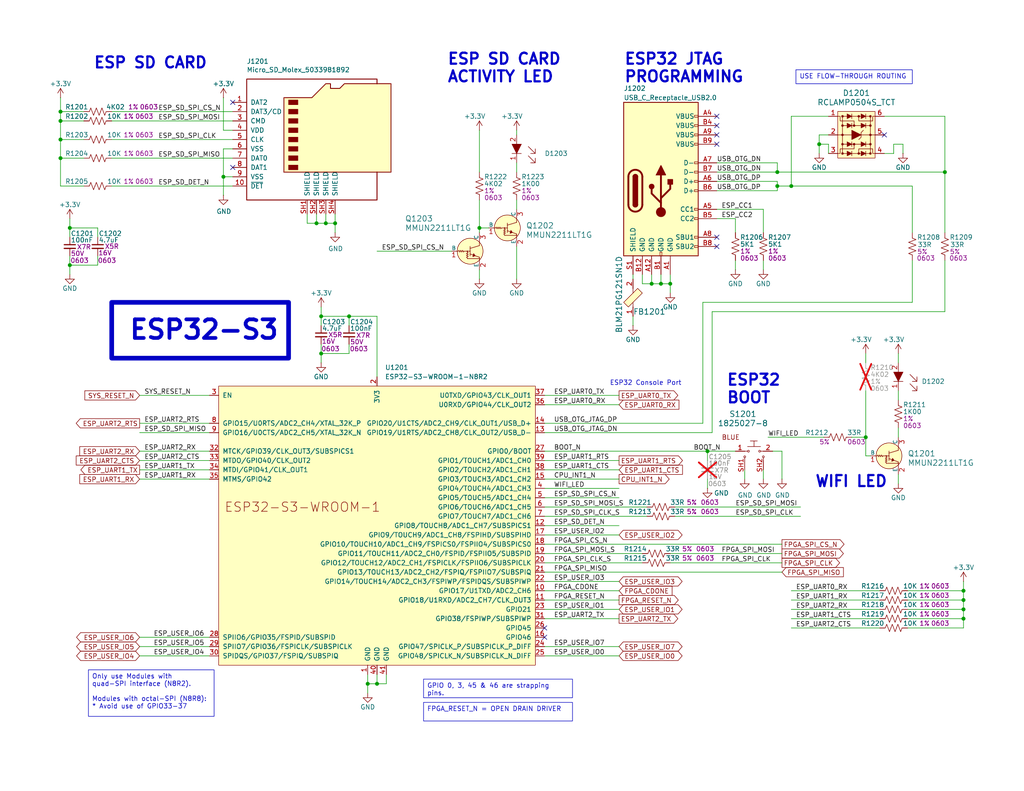
<source format=kicad_sch>
(kicad_sch (version 20231120) (generator "eeschema") (generator_version "8.0")
  (paper "A")
  (title_block (title "PETER") (date "2024-07-29") (rev "0.0") (company "Denno Wiggle") (comment 1 "ESP32-S3-WROOM-1 Interface.") (comment 2 "SPI FLASH Programmer, UART, WIFI, USER I/O."))
  (lib_symbols
    (symbol "WTM:C_100nF_X7R_16V_0805H" (pin_numbers hide) (pin_names (offset 0) hide)
      (property "Reference" "C" (at 0.254 3.556 0))
      (property "Value" "100nF" (at 0.254 1.778 0))
      (property "Dielectric" "X7R" (at 1.905 -0.127 0))
      (property "Voltage" "16V" (at 0.254 -1.905 0))
      (property "Footprint2" "0805H" (at 0.127 -3.81 0))
      (symbol "C_100nF_X7R_16V_0805H_1_1"
        (pin passive line (at 0 2.54 270) (length 2.032) (name "~") (number "1"))
        (pin passive line (at 0 -2.54 90) (length 2.032) (name "~") (number "2"))
      )
    )
    (symbol "WTM:C_10uF_X5R_16V_0805H" (pin_numbers hide) (pin_names (offset 0.254) hide)
      (property "Reference" "C206" (at 0.254 3.556 0))
      (property "Value" "10uF" (at 0.254 1.778 0))
      (property "Dielectric" "X5R" (at 1.905 0.762 0))
      (property "Voltage" "16V" (at 0.127 -1.016 0))
      (property "Footprint2" "0805H" (at 3.302 -3.81 0))
      (symbol "C_10uF_X5R_16V_0805H_1_1"
        (pin passive line (at 0 2.54 270) (length 2.032) (name "~") (number "1"))
        (pin passive line (at 0 -2.54 90) (length 2.032) (name "~") (number "2"))
      )
    )
    (symbol "WTM:ESP32-S3-WROOM-1" (pin_names (offset 1.016))
      (property "Reference" "U1001" (at 2.1941 43.18 0))
      (property "Value" "ESP32-S3-WROOM-1-N8R2" (at 2.1941 40.64 0))
      (symbol "ESP32-S3-WROOM-1_0_0"
        (text "ESP32-S3-WROOM-1" (at -20.32 5.08 0) (effects (font (size 2.54 2.54))))
        (pin power_in line (at -2.54 -40.64 90) (length 2.54) (name "GND") (number "1"))
        (pin bidirectional line (at 45.72 -17.78 180) (length 2.54) (name "GPIO17/U1TXD/ADC2_CH6") (number "10"))
        (pin bidirectional line (at 45.72 -20.32 180) (length 2.54) (name "GPIO18/U1RXD/ADC2_CH7/CLK_OUT3") (number "11"))
        (pin bidirectional line (at 45.72 0 180) (length 2.54) (name "GPIO8/TOUCH8/ADC1_CH7/SUBSPICS1") (number "12"))
        (pin bidirectional line (at 45.72 25.4 180) (length 2.54) (name "GPIO19/U1RTS/ADC2_CH8/CLK_OUT2/USB_D-") (number "13"))
        (pin bidirectional line (at 45.72 27.94 180) (length 2.54) (name "GPIO20/U1CTS/ADC2_CH9/CLK_OUT1/USB_D+") (number "14"))
        (pin bidirectional line (at 45.72 12.7 180) (length 2.54) (name "GPIO3/TOUCH3/ADC1_CH2") (number "15"))
        (pin bidirectional line (at 45.72 -30.48 180) (length 2.54) (name "GPIO46") (number "16"))
        (pin bidirectional line (at 45.72 -2.54 180) (length 2.54) (name "GPIO9/TOUCH9/ADC1_CH8/FSPIHD/SUBSPIHD") (number "17"))
        (pin bidirectional line (at 45.72 -5.08 180) (length 2.54) (name "GPIO10/TOUCH10/ADC1_CH9/FSPICS0/FSPIIO4/SUBSPICS0") (number "18"))
        (pin bidirectional line (at 45.72 -7.62 180) (length 2.54) (name "GPIO11/TOUCH11/ADC2_CH0/FSPID/FSPIIO5/SUBSPID") (number "19"))
        (pin power_in line (at 0 40.64 270) (length 2.54) (name "3V3") (number "2"))
        (pin bidirectional line (at 45.72 -10.16 180) (length 2.54) (name "GPIO12/TOUCH12/ADC2_CH1/FSPICLK/FSPIIO6/SUBSPICLK") (number "20"))
        (pin bidirectional line (at 45.72 -12.7 180) (length 2.54) (name "GPIO13/TOUCH13/ADC2_CH2/FSPIQ/FSPIIO7/SUBSPIQ") (number "21"))
        (pin bidirectional line (at 45.72 -15.24 180) (length 2.54) (name "GPIO14/TOUCH14/ADC2_CH3/FSPIWP/FSPIDQS/SUBSPIWP") (number "22"))
        (pin bidirectional line (at 45.72 -22.86 180) (length 2.54) (name "GPIO21") (number "23"))
        (pin bidirectional line (at 45.72 -33.02 180) (length 2.54) (name "GPIO47/SPICLK_P/SUBSPICLK_P_DIFF") (number "24"))
        (pin bidirectional line (at 45.72 -35.56 180) (length 2.54) (name "GPIO48/SPICLK_N/SUBSPICLK_N_DIFF") (number "25"))
        (pin bidirectional line (at 45.72 -27.94 180) (length 2.54) (name "GPIO45") (number "26"))
        (pin bidirectional line (at 45.72 20.32 180) (length 2.54) (name "GPIO0/BOOT") (number "27"))
        (pin bidirectional line (at -45.72 -30.48 0) (length 2.54) (name "SPIIO6/GPIO35/FSPID/SUBSPID") (number "28"))
        (pin bidirectional line (at -45.72 -33.02 0) (length 2.54) (name "SPIIO7/GPIO36/FSPICLK/SUBSPICLK") (number "29"))
        (pin input line (at -45.72 35.56 0) (length 2.54) (name "EN") (number "3"))
        (pin bidirectional line (at -45.72 -35.56 0) (length 2.54) (name "SPIDQS/GPIO37/FSPIQ/SUBSPIQ") (number "30"))
        (pin bidirectional line (at 45.72 -25.4 180) (length 2.54) (name "GPIO38/FSPIWP/SUBSPIWP") (number "31"))
        (pin bidirectional line (at -45.72 20.32 0) (length 2.54) (name "MTCK/GPIO39/CLK_OUT3/SUBSPICS1") (number "32"))
        (pin bidirectional line (at -45.72 17.78 0) (length 2.54) (name "MTDO/GPIO40/CLK_OUT2") (number "33"))
        (pin bidirectional line (at -45.72 15.24 0) (length 2.54) (name "MTDI/GPIO41/CLK_OUT1") (number "34"))
        (pin bidirectional line (at -45.72 12.7 0) (length 2.54) (name "MTMS/GPIO42") (number "35"))
        (pin bidirectional line (at 45.72 33.02 180) (length 2.54) (name "U0RXD/GPIO44/CLK_OUT2") (number "36"))
        (pin bidirectional line (at 45.72 35.56 180) (length 2.54) (name "U0TXD/GPIO43/CLK_OUT1") (number "37"))
        (pin bidirectional line (at 45.72 15.24 180) (length 2.54) (name "GPIO2/TOUCH2/ADC1_CH1") (number "38"))
        (pin bidirectional line (at 45.72 17.78 180) (length 2.54) (name "GPIO1/TOUCH1/ADC1_CH0") (number "39"))
        (pin bidirectional line (at 45.72 10.16 180) (length 2.54) (name "GPIO4/TOUCH4/ADC1_CH3") (number "4"))
        (pin bidirectional line (at 45.72 7.62 180) (length 2.54) (name "GPIO5/TOUCH5/ADC1_CH4") (number "5"))
        (pin bidirectional line (at 45.72 5.08 180) (length 2.54) (name "GPIO6/TOUCH6/ADC1_CH5") (number "6"))
        (pin bidirectional line (at 45.72 2.54 180) (length 2.54) (name "GPIO7/TOUCH7/ADC1_CH6") (number "7"))
        (pin bidirectional line (at -45.72 27.94 0) (length 2.54) (name "GPIO15/U0RTS/ADC2_CH4/XTAL_32K_P") (number "8"))
        (pin bidirectional line (at -45.72 25.4 0) (length 2.54) (name "GPIO16/U0CTS/ADC2_CH5/XTAL_32K_N") (number "9"))
      )
      (symbol "ESP32-S3-WROOM-1_1_0"
        (pin power_in line (at 0 -40.64 90) (length 2.54) (name "GND") (number "40"))
        (pin power_in line (at 2.54 -40.64 90) (length 2.54) (name "GND") (number "41"))
      )
    )
    (symbol "WTM:LED_LTST-S270KGKT" (pin_names (offset 0))
      (property "Reference" "D" (at -6.35 3.81 0))
      (symbol "LED_LTST-S270KGKT_1_1"
        (pin passive line (at 2.54 0 180) (length 2.54) (name "~") (number "1"))
        (pin input line (at -5.08 0 0) (length 2.54) (name "~") (number "2"))
      )
    )
    (symbol "WTM:MMUN2211LT1G" (pin_names (offset 0))
      (property "Reference" "Q2" (at -5.08 7.62 0))
      (property "Value" "MMUN2211LT1G" (at -20.32 5.08 0))
      (symbol "MMUN2211LT1G_1_1"
        (pin input line (at -7.62 0 0) (length 1.27) (name "B") (number "1"))
        (pin passive line (at 0 -5.08 90) (length 2.54) (name "E") (number "2"))
        (pin passive line (at 0 5.08 270) (length 2.54) (name "C") (number "3"))
      )
    )
    (symbol "WTM:Micro_SD_Molex_5033981892" (pin_names (offset 1.016))
      (property "Reference" "J?" (at -19.05 21.3614 0))
      (property "Value" "Micro_SD_Molex_5033981892" (at -19.05 19.05 0))
      (symbol "Micro_SD_Molex_5033981892_1_1"
        (pin bidirectional line (at -22.86 10.16 0) (length 3.81) (name "DAT2") (number "1"))
        (pin passive line (at -22.86 -12.7 0) (length 3.81) (name "~{DET}") (number "10"))
        (pin bidirectional line (at -22.86 7.62 0) (length 3.81) (name "DAT3/CD") (number "2"))
        (pin input line (at -22.86 5.08 0) (length 3.81) (name "CMD") (number "3"))
        (pin power_in line (at -22.86 2.54 0) (length 3.81) (name "VDD") (number "4"))
        (pin input line (at -22.86 0 0) (length 3.81) (name "CLK") (number "5"))
        (pin power_in line (at -22.86 -2.54 0) (length 3.81) (name "VSS") (number "6"))
        (pin bidirectional line (at -22.86 -5.08 0) (length 3.81) (name "DAT0") (number "7"))
        (pin bidirectional line (at -22.86 -7.62 0) (length 3.81) (name "DAT1") (number "8"))
        (pin passive line (at -22.86 -10.16 0) (length 3.81) (name "VSS") (number "9"))
        (pin passive line (at -2.54 -20.32 90) (length 3.81) (name "SHIELD") (number "SH1"))
        (pin passive line (at 0 -20.32 90) (length 3.81) (name "SHIELD") (number "SH2"))
        (pin passive line (at 2.54 -20.32 90) (length 3.81) (name "SHIELD") (number "SH3"))
        (pin passive line (at 5.08 -20.32 90) (length 3.81) (name "SHIELD") (number "SH4"))
      )
    )
    (symbol "WTM:RCLAMP0504S_TCT" (pin_names (offset 1.016))
      (property "Reference" "D1001" (at 0 11.43 0))
      (property "Value" "RCLAMP0504S_TCT" (at 0 8.89 0))
      (symbol "RCLAMP0504S_TCT_1_1"
        (pin passive line (at -7.62 5.08 0) (length 2.54) (name "~") (number "1"))
        (pin passive line (at -7.62 0 0) (length 2.54) (name "~") (number "2"))
        (pin passive line (at -7.62 -5.08 0) (length 2.54) (name "~") (number "3"))
        (pin passive line (at 7.62 -5.08 180) (length 2.54) (name "~") (number "4"))
        (pin passive line (at 7.62 0 180) (length 2.54) (name "~") (number "5"))
        (pin passive line (at 7.62 5.08 180) (length 2.54) (name "~") (number "6"))
      )
    )
    (symbol "WTM:R_10K_5%_0805H" (pin_numbers hide) (pin_names (offset 0))
      (property "Reference" "R515" (at 1.27 2.54 0))
      (property "Value" "10K" (at 1.27 0.635 0))
      (property "Tolerance" "5%" (at 1.27 -1.27 0))
      (property "Footprint2" "0805H" (at 0 -3.175 0))
      (symbol "R_10K_5%_0805H_1_1"
        (pin passive line (at 0 3.81 270) (length 1.27) (name "~") (number "1"))
        (pin passive line (at 0 -3.81 90) (length 1.27) (name "~") (number "2"))
      )
    )
    (symbol "WTM:R_33R_5%_0805H_Horizontal1" (pin_numbers hide) (pin_names (offset 0))
      (property "Reference" "R" (at -7.62 1.27 0))
      (property "Value" "33R" (at 2.54 1.27 0))
      (property "Tolerance" "5%" (at 2.54 -1.27 0))
      (property "Footprint2" "0805H" (at -8.89 -1.27 0))
      (symbol "R_33R_5%_0805H_Horizontal1_1_1"
        (pin passive line (at -3.81 0 0) (length 1.27) (name "~") (number "1"))
        (pin passive line (at 3.81 0 180) (length 1.27) (name "~") (number "2"))
      )
    )
    (symbol "WTM:SW_TACTILE_RA_1-1825027-8" (pin_names (offset 1.016))
      (property "Reference" "S1001" (at 0 10.16 0))
      (property "Value" "1825027-8" (at 0.635 7.62 0))
      (symbol "SW_TACTILE_RA_1-1825027-8_1_1"
        (text "BLUE" (at -6.35 3.81 0) (effects (font (size 1.27 1.27))))
        (pin passive line (at -5.08 0 0) (length 2.54) (name "~") (number "1"))
        (pin passive line (at 5.08 0 180) (length 2.54) (name "~") (number "2"))
        (pin passive line (at -2.54 -5.08 90) (length 2.54) (name "~") (number "SH1"))
        (pin passive line (at 2.54 -5.08 90) (length 2.54) (name "~") (number "SH2"))
      )
    )
    (symbol "WTM:USB_C_Receptacle_USB2.0-Connector" (pin_names (offset 1.016))
      (property "Reference" "J906" (at -10.16 27.94 0))
      (property "Value" "USB_C_Receptacle_USB2.0" (at -10.16 25.4 0))
      (symbol "USB_C_Receptacle_USB2.0-Connector_1_1"
        (pin power_in line (at 2.54 -22.86 90) (length 5.08) (name "GND") (number "A1"))
        (pin power_in line (at -2.54 -22.86 90) (length 5.08) (name "GND") (number "A12"))
        (pin power_in line (at 15.24 20.32 180) (length 5.08) (name "VBUS") (number "A4"))
        (pin bidirectional line (at 15.24 -5.08 180) (length 5.08) (name "CC1") (number "A5"))
        (pin bidirectional line (at 15.24 2.54 180) (length 5.08) (name "D+") (number "A6"))
        (pin bidirectional line (at 15.24 7.62 180) (length 5.08) (name "D-") (number "A7"))
        (pin bidirectional line (at 15.24 -12.7 180) (length 5.08) (name "SBU1") (number "A8"))
        (pin power_in line (at 15.24 15.24 180) (length 5.08) (name "VBUS") (number "A9"))
        (pin power_in line (at 0 -22.86 90) (length 5.08) (name "GND") (number "B1"))
        (pin power_in line (at -5.08 -22.86 90) (length 5.08) (name "GND") (number "B12"))
        (pin power_in line (at 15.24 17.78 180) (length 5.08) (name "VBUS") (number "B4"))
        (pin bidirectional line (at 15.24 -7.62 180) (length 5.08) (name "CC2") (number "B5"))
        (pin bidirectional line (at 15.24 0 180) (length 5.08) (name "D+") (number "B6"))
        (pin bidirectional line (at 15.24 5.08 180) (length 5.08) (name "D-") (number "B7"))
        (pin bidirectional line (at 15.24 -15.24 180) (length 5.08) (name "SBU2") (number "B8"))
        (pin power_in line (at 15.24 12.7 180) (length 5.08) (name "VBUS") (number "B9"))
        (pin passive line (at -7.62 -22.86 90) (length 5.08) (name "SHIELD") (number "S1"))
      )
    )
    (symbol "dk_Ferrite-Beads-and-Chips:BLM18AG601SN1D" (pin_names (offset 1.016))
      (property "Reference" "FB" (at -2.54 3.81 0))
      (property "Value" "BLM18AG601SN1D" (at 0 -3.81 0))
      (symbol "BLM18AG601SN1D_1_1"
        (pin passive line (at -5.08 0 0) (length 2.54) (name "~") (number "1"))
        (pin passive line (at 5.08 0 180) (length 2.54) (name "~") (number "2"))
      )
    )
    (symbol "power:+3.3V" (power) (pin_numbers hide) (pin_names (offset 0) hide)
      (property "Value" "+3.3V" (at 0 3.556 0))
      (symbol "+3.3V_1_1"
        (pin power_in line (at 0 0 90) (length 0) (name "~") (number "1"))
      )
    )
    (symbol "power:GND" (power) (pin_numbers hide) (pin_names (offset 0) hide)
      (property "Value" "GND" (at 0 -3.81 0))
      (symbol "GND_1_1"
        (pin power_in line (at 0 0 270) (length 0) (name "~") (number "1"))
      )
    )
  )
  (junction (at 100.33 186.69))
  (junction (at 177.8 77.47))
  (junction (at 91.44 60.96))
  (junction (at 236.22 119.38))
  (junction (at 262.89 166.37))
  (junction (at 87.63 96.52))
  (junction (at 212.09 46.99))
  (junction (at 262.89 163.83))
  (junction (at 19.05 62.23))
  (junction (at 87.63 86.36))
  (junction (at 95.25 86.36))
  (junction (at 16.51 43.18))
  (junction (at 262.89 168.91))
  (junction (at 223.52 39.37))
  (junction (at 88.9 60.96))
  (junction (at 19.05 72.39))
  (junction (at 60.96 48.26))
  (junction (at 16.51 38.1))
  (junction (at 86.36 60.96))
  (junction (at 102.87 186.69))
  (junction (at 16.51 33.02))
  (junction (at 262.89 161.29))
  (junction (at 193.04 123.19))
  (junction (at 257.81 46.99))
  (junction (at 180.34 77.47))
  (junction (at 215.9 50.8))
  (junction (at 212.09 50.8))
  (junction (at 182.88 77.47))
  (junction (at 130.81 62.23))
  (junction (at 16.51 30.48))
  (no_connect (at 195.58 31.75))
  (no_connect (at 241.3 36.83))
  (no_connect (at 63.5 27.94))
  (no_connect (at 195.58 64.77))
  (no_connect (at 195.58 67.31))
  (no_connect (at 63.5 45.72))
  (no_connect (at 195.58 36.83))
  (no_connect (at 195.58 39.37))
  (no_connect (at 148.59 173.99))
  (no_connect (at 148.59 171.45))
  (no_connect (at 195.58 34.29))
  (wire (pts (xy 223.52 36.83) (xy 226.06 36.83)))
  (wire (pts (xy 247.65 163.83) (xy 262.89 163.83)))
  (wire (pts (xy 209.55 119.38) (xy 224.79 119.38)))
  (wire (pts (xy 148.59 115.57) (xy 191.77 115.57)))
  (wire (pts (xy 262.89 166.37) (xy 262.89 163.83)))
  (wire (pts (xy 105.41 184.15) (xy 105.41 186.69)))
  (wire (pts (xy 223.52 41.91) (xy 223.52 39.37)))
  (wire (pts (xy 16.51 43.18) (xy 22.86 43.18)))
  (wire (pts (xy 95.25 96.52) (xy 87.63 96.52)))
  (wire (pts (xy 191.77 82.55) (xy 248.92 82.55)))
  (wire (pts (xy 184.15 140.97) (xy 218.44 140.97)))
  (wire (pts (xy 87.63 83.82) (xy 87.63 86.36)))
  (wire (pts (xy 236.22 119.38) (xy 236.22 124.46)))
  (wire (pts (xy 87.63 96.52) (xy 87.63 93.98)))
  (wire (pts (xy 223.52 39.37) (xy 223.52 36.83)))
  (wire (pts (xy 105.41 186.69) (xy 102.87 186.69)))
  (wire (pts (xy 16.51 30.48) (xy 22.86 30.48)))
  (wire (pts (xy 38.1 179.07) (xy 57.15 179.07)))
  (wire (pts (xy 38.1 118.11) (xy 57.15 118.11)))
  (wire (pts (xy 177.8 74.93) (xy 177.8 77.47)))
  (wire (pts (xy 245.11 116.84) (xy 245.11 119.38)))
  (wire (pts (xy 148.59 138.43) (xy 176.53 138.43)))
  (wire (pts (xy 19.05 72.39) (xy 19.05 69.85)))
  (wire (pts (xy 194.31 85.09) (xy 257.81 85.09)))
  (wire (pts (xy 172.72 86.36) (xy 172.72 88.9)))
  (wire (pts (xy 16.51 38.1) (xy 22.86 38.1)))
  (wire (pts (xy 257.81 46.99) (xy 257.81 63.5)))
  (wire (pts (xy 212.09 49.53) (xy 212.09 50.8)))
  (wire (pts (xy 246.38 41.91) (xy 246.38 39.37)))
  (wire (pts (xy 148.59 125.73) (xy 168.91 125.73)))
  (wire (pts (xy 241.3 41.91) (xy 243.84 41.91)))
  (wire (pts (xy 26.67 62.23) (xy 19.05 62.23)))
  (wire (pts (xy 210.82 123.19) (xy 213.36 123.19)))
  (wire (pts (xy 182.88 77.47) (xy 182.88 74.93)))
  (wire (pts (xy 148.59 161.29) (xy 168.91 161.29)))
  (wire (pts (xy 208.28 128.27) (xy 208.28 130.81)))
  (wire (pts (xy 16.51 43.18) (xy 16.51 50.8)))
  (wire (pts (xy 91.44 63.5) (xy 91.44 60.96)))
  (wire (pts (xy 182.88 151.13) (xy 213.36 151.13)))
  (wire (pts (xy 194.31 85.09) (xy 194.31 118.11)))
  (wire (pts (xy 193.04 123.19) (xy 200.66 123.19)))
  (wire (pts (xy 26.67 64.77) (xy 26.67 62.23)))
  (wire (pts (xy 212.09 44.45) (xy 195.58 44.45)))
  (wire (pts (xy 213.36 123.19) (xy 213.36 130.81)))
  (wire (pts (xy 177.8 77.47) (xy 175.26 77.47)))
  (wire (pts (xy 148.59 140.97) (xy 176.53 140.97)))
  (wire (pts (xy 102.87 68.58) (xy 123.19 68.58)))
  (wire (pts (xy 60.96 48.26) (xy 60.96 40.64)))
  (wire (pts (xy 215.9 31.75) (xy 226.06 31.75)))
  (wire (pts (xy 243.84 41.91) (xy 243.84 39.37)))
  (wire (pts (xy 148.59 151.13) (xy 175.26 151.13)))
  (wire (pts (xy 212.09 50.8) (xy 212.09 52.07)))
  (wire (pts (xy 262.89 168.91) (xy 262.89 166.37)))
  (wire (pts (xy 223.52 39.37) (xy 226.06 39.37)))
  (wire (pts (xy 245.11 129.54) (xy 245.11 132.08)))
  (wire (pts (xy 16.51 33.02) (xy 16.51 38.1)))
  (wire (pts (xy 130.81 62.23) (xy 133.35 62.23)))
  (wire (pts (xy 100.33 186.69) (xy 100.33 189.23)))
  (wire (pts (xy 30.48 50.8) (xy 63.5 50.8)))
  (wire (pts (xy 30.48 43.18) (xy 63.5 43.18)))
  (wire (pts (xy 38.1 128.27) (xy 57.15 128.27)))
  (wire (pts (xy 95.25 93.98) (xy 95.25 96.52)))
  (wire (pts (xy 16.51 50.8) (xy 22.86 50.8)))
  (wire (pts (xy 195.58 52.07) (xy 212.09 52.07)))
  (wire (pts (xy 215.9 50.8) (xy 215.9 31.75)))
  (wire (pts (xy 102.87 184.15) (xy 102.87 186.69)))
  (wire (pts (xy 38.1 123.19) (xy 57.15 123.19)))
  (wire (pts (xy 86.36 60.96) (xy 83.82 60.96)))
  (wire (pts (xy 262.89 161.29) (xy 262.89 158.75)))
  (wire (pts (xy 191.77 115.57) (xy 191.77 82.55)))
  (wire (pts (xy 148.59 143.51) (xy 168.91 143.51)))
  (wire (pts (xy 247.65 161.29) (xy 262.89 161.29)))
  (wire (pts (xy 148.59 130.81) (xy 168.91 130.81)))
  (wire (pts (xy 215.9 166.37) (xy 240.03 166.37)))
  (wire (pts (xy 245.11 96.52) (xy 245.11 99.06)))
  (wire (pts (xy 30.48 30.48) (xy 63.5 30.48)))
  (wire (pts (xy 247.65 171.45) (xy 262.89 171.45)))
  (wire (pts (xy 215.9 161.29) (xy 240.03 161.29)))
  (wire (pts (xy 182.88 77.47) (xy 182.88 80.01)))
  (wire (pts (xy 88.9 60.96) (xy 86.36 60.96)))
  (wire (pts (xy 212.09 44.45) (xy 212.09 46.99)))
  (wire (pts (xy 88.9 60.96) (xy 88.9 58.42)))
  (wire (pts (xy 212.09 46.99) (xy 257.81 46.99)))
  (wire (pts (xy 208.28 57.15) (xy 195.58 57.15)))
  (wire (pts (xy 148.59 179.07) (xy 168.91 179.07)))
  (wire (pts (xy 148.59 176.53) (xy 168.91 176.53)))
  (wire (pts (xy 180.34 77.47) (xy 177.8 77.47)))
  (wire (pts (xy 102.87 102.87) (xy 102.87 86.36)))
  (wire (pts (xy 226.06 39.37) (xy 226.06 41.91)))
  (wire (pts (xy 60.96 40.64) (xy 63.5 40.64)))
  (wire (pts (xy 30.48 33.02) (xy 63.5 33.02)))
  (wire (pts (xy 148.59 156.21) (xy 213.36 156.21)))
  (wire (pts (xy 195.58 49.53) (xy 212.09 49.53)))
  (wire (pts (xy 60.96 48.26) (xy 63.5 48.26)))
  (wire (pts (xy 248.92 50.8) (xy 248.92 63.5)))
  (wire (pts (xy 236.22 96.52) (xy 236.22 99.06)))
  (wire (pts (xy 19.05 62.23) (xy 19.05 64.77)))
  (wire (pts (xy 60.96 26.67) (xy 60.96 35.56)))
  (wire (pts (xy 38.1 115.57) (xy 57.15 115.57)))
  (wire (pts (xy 148.59 166.37) (xy 168.91 166.37)))
  (wire (pts (xy 130.81 62.23) (xy 130.81 63.5)))
  (wire (pts (xy 232.41 119.38) (xy 236.22 119.38)))
  (wire (pts (xy 180.34 77.47) (xy 182.88 77.47)))
  (wire (pts (xy 19.05 72.39) (xy 26.67 72.39)))
  (wire (pts (xy 236.22 124.46) (xy 237.49 124.46)))
  (wire (pts (xy 257.81 31.75) (xy 257.81 46.99)))
  (wire (pts (xy 38.1 125.73) (xy 57.15 125.73)))
  (wire (pts (xy 262.89 163.83) (xy 262.89 161.29)))
  (wire (pts (xy 200.66 59.69) (xy 195.58 59.69)))
  (wire (pts (xy 60.96 53.34) (xy 60.96 48.26)))
  (wire (pts (xy 16.51 30.48) (xy 16.51 33.02)))
  (wire (pts (xy 91.44 58.42) (xy 91.44 60.96)))
  (wire (pts (xy 247.65 166.37) (xy 262.89 166.37)))
  (wire (pts (xy 140.97 67.31) (xy 140.97 76.2)))
  (wire (pts (xy 245.11 106.68) (xy 245.11 109.22)))
  (wire (pts (xy 87.63 86.36) (xy 87.63 88.9)))
  (wire (pts (xy 130.81 35.56) (xy 130.81 46.99)))
  (wire (pts (xy 19.05 74.93) (xy 19.05 72.39)))
  (wire (pts (xy 60.96 35.56) (xy 63.5 35.56)))
  (wire (pts (xy 102.87 186.69) (xy 100.33 186.69)))
  (wire (pts (xy 30.48 38.1) (xy 63.5 38.1)))
  (wire (pts (xy 95.25 86.36) (xy 95.25 88.9)))
  (wire (pts (xy 148.59 135.89) (xy 168.91 135.89)))
  (wire (pts (xy 203.2 128.27) (xy 203.2 130.81)))
  (wire (pts (xy 16.51 33.02) (xy 22.86 33.02)))
  (wire (pts (xy 257.81 85.09) (xy 257.81 71.12)))
  (wire (pts (xy 148.59 118.11) (xy 194.31 118.11)))
  (wire (pts (xy 91.44 60.96) (xy 88.9 60.96)))
  (wire (pts (xy 38.1 130.81) (xy 57.15 130.81)))
  (wire (pts (xy 215.9 163.83) (xy 240.03 163.83)))
  (wire (pts (xy 262.89 171.45) (xy 262.89 168.91)))
  (wire (pts (xy 83.82 60.96) (xy 83.82 58.42)))
  (wire (pts (xy 212.09 50.8) (xy 215.9 50.8)))
  (wire (pts (xy 140.97 35.56) (xy 140.97 36.83)))
  (wire (pts (xy 148.59 146.05) (xy 168.91 146.05)))
  (wire (pts (xy 148.59 110.49) (xy 168.91 110.49)))
  (wire (pts (xy 193.04 123.19) (xy 193.04 125.73)))
  (wire (pts (xy 130.81 54.61) (xy 130.81 62.23)))
  (wire (pts (xy 215.9 171.45) (xy 240.03 171.45)))
  (wire (pts (xy 38.1 173.99) (xy 57.15 173.99)))
  (wire (pts (xy 102.87 86.36) (xy 95.25 86.36)))
  (wire (pts (xy 215.9 168.91) (xy 240.03 168.91)))
  (wire (pts (xy 19.05 59.69) (xy 19.05 62.23)))
  (wire (pts (xy 195.58 46.99) (xy 212.09 46.99)))
  (wire (pts (xy 148.59 153.67) (xy 175.26 153.67)))
  (wire (pts (xy 86.36 60.96) (xy 86.36 58.42)))
  (wire (pts (xy 175.26 74.93) (xy 175.26 77.47)))
  (wire (pts (xy 180.34 74.93) (xy 180.34 77.47)))
  (wire (pts (xy 184.15 138.43) (xy 218.44 138.43)))
  (wire (pts (xy 140.97 44.45) (xy 140.97 46.99)))
  (wire (pts (xy 208.28 71.12) (xy 208.28 73.66)))
  (wire (pts (xy 87.63 99.06) (xy 87.63 96.52)))
  (wire (pts (xy 26.67 72.39) (xy 26.67 69.85)))
  (wire (pts (xy 148.59 128.27) (xy 168.91 128.27)))
  (wire (pts (xy 95.25 86.36) (xy 87.63 86.36)))
  (wire (pts (xy 148.59 158.75) (xy 168.91 158.75)))
  (wire (pts (xy 16.51 26.67) (xy 16.51 30.48)))
  (wire (pts (xy 215.9 50.8) (xy 248.92 50.8)))
  (wire (pts (xy 182.88 153.67) (xy 213.36 153.67)))
  (wire (pts (xy 140.97 54.61) (xy 140.97 57.15)))
  (wire (pts (xy 247.65 168.91) (xy 262.89 168.91)))
  (wire (pts (xy 148.59 123.19) (xy 193.04 123.19)))
  (wire (pts (xy 200.66 71.12) (xy 200.66 73.66)))
  (wire (pts (xy 38.1 107.95) (xy 57.15 107.95)))
  (wire (pts (xy 100.33 184.15) (xy 100.33 186.69)))
  (wire (pts (xy 248.92 82.55) (xy 248.92 71.12)))
  (wire (pts (xy 16.51 38.1) (xy 16.51 43.18)))
  (wire (pts (xy 172.72 74.93) (xy 172.72 76.2)))
  (wire (pts (xy 148.59 148.59) (xy 213.36 148.59)))
  (wire (pts (xy 208.28 63.5) (xy 208.28 57.15)))
  (wire (pts (xy 193.04 130.81) (xy 193.04 133.35)))
  (wire (pts (xy 148.59 133.35) (xy 168.91 133.35)))
  (wire (pts (xy 243.84 39.37) (xy 246.38 39.37)))
  (wire (pts (xy 241.3 31.75) (xy 257.81 31.75)))
  (wire (pts (xy 148.59 168.91) (xy 168.91 168.91)))
  (wire (pts (xy 130.81 73.66) (xy 130.81 76.2)))
  (wire (pts (xy 38.1 176.53) (xy 57.15 176.53)))
  (wire (pts (xy 236.22 106.68) (xy 236.22 119.38)))
  (wire (pts (xy 200.66 63.5) (xy 200.66 59.69)))
  (wire (pts (xy 148.59 107.95) (xy 168.91 107.95)))
  (wire (pts (xy 148.59 163.83) (xy 168.91 163.83)))
  (text_box "GPIO 0, 3, 45 & 46 are strapping pins." (at 115.57 185.42 0) (size 40.64 5.08) (effects (font (size 1.27 1.27)) (justify left top)))
  (text_box "USE FLOW-THROUGH ROUTING" (at 217.17 19.05 0) (size 31.75 3.81) (effects (font (size 1.27 1.27)) (justify left top)))
  (text_box "FPGA_RESET_N = OPEN DRAIN DRIVER" (at 115.57 191.77 0) (size 40.64 5.08) (effects (font (size 1.27 1.27)) (justify left top)))
  (text_box "Only use Modules with \nquad-SPI interface (N8R2).\n\nModules with octal-SPI (N8R8):\n* Avoid use of GPIO33-37" (at 24.13 182.88 0) (size 34.29 12.7) (effects (font (size 1.27 1.27)) (justify left top)))
  (text_box "ESP32-S3\n\n" (at 30.48 82.55 0) (size 48.26 15.24) (stroke (width 1.27)) (effects (font (size 5.08 5.08) (thickness 1.016) (bold yes)) (justify left top)))
  (text "WIFI LED" (at 222.25 133.35 0) (effects (font (size 2.9972 2.9972) (thickness 0.5994) (bold yes)) (justify left bottom)))
  (text "ESP SD CARD" (at 25.4 19.05 0) (effects (font (size 2.9972 2.9972) (thickness 0.5994) (bold yes)) (justify left bottom)))
  (text "ESP32 \nBOOT" (at 198.12 110.49 0) (effects (font (size 2.9972 2.9972) (thickness 0.5994) (bold yes)) (justify left bottom)))
  (text "ESP SD CARD\nACTIVITY LED" (at 121.92 22.86 0) (effects (font (size 2.9972 2.9972) (thickness 0.5994) (bold yes)) (justify left bottom)))
  (text "ESP32 JTAG \nPROGRAMMING" (at 170.18 22.86 0) (effects (font (size 2.9972 2.9972) (thickness 0.5994) (bold yes)) (justify left bottom)))
  (text "ESP32 Console Port" (at 166.37 105.41 0) (effects (font (size 1.27 1.27)) (justify left bottom)))
  (label "ESP_SD_DET_N" (at 151.13 143.51 0))
  (label "ESP_SD_SPI_MOSI" (at 43.18 33.02 0))
  (label "ESP_UART2_CTS" (at 217.17 171.45 0))
  (label "FPGA_SPI_MOSI_S" (at 151.13 151.13 0))
  (label "ESP_SD_SPI_CLK" (at 200.66 140.97 0))
  (label "ESP_SD_DET_N" (at 43.18 50.8 0))
  (label "ESP_USER_IO5" (at 41.91 176.53 0))
  (label "FPGA_SPI_MOSI" (at 196.85 151.13 0))
  (label "ESP_USER_IO7" (at 151.13 176.53 0))
  (label "ESP_UART1_CTS" (at 217.17 168.91 0))
  (label "ESP_CC1" (at 196.85 57.15 0))
  (label "FPGA_SPI_CLK_S" (at 151.13 153.67 0))
  (label "ESP_UART1_CTS" (at 151.13 128.27 0))
  (label "ESP_USER_IO0" (at 151.13 179.07 0))
  (label "SYS_RESET_N" (at 39.37 107.95 0))
  (label "ESP_USER_IO1" (at 151.13 166.37 0))
  (label "ESP_SD_SPI_MISO" (at 39.37 118.11 0))
  (label "ESP_SD_SPI_CLK" (at 43.18 38.1 0))
  (label "FPGA_SPI_MISO" (at 151.13 156.21 0))
  (label "ESP_UART0_TX" (at 151.13 107.95 0))
  (label "ESP_UART1_RX" (at 217.17 163.83 0))
  (label "ESP_UART0_RX" (at 217.17 161.29 0))
  (label "ESP_UART1_RTS" (at 151.13 125.73 0))
  (label "FPGA_CDONE" (at 151.13 161.29 0))
  (label "BOOT_N" (at 151.13 123.19 0))
  (label "ESP_USER_IO3" (at 151.13 158.75 0))
  (label "WIFI_LED" (at 209.55 119.38 0))
  (label "ESP_UART2_TX" (at 151.13 168.91 0))
  (label "ESP_SD_SPI_MOSI" (at 200.66 138.43 0))
  (label "ESP_SD_SPI_MOSI_S" (at 151.13 138.43 0))
  (label "USB_OTG_JTAG_DN" (at 151.13 118.11 0))
  (label "ESP_SD_SPI_CLK_S" (at 151.13 140.97 0))
  (label "ESP_SD_SPI_MISO" (at 43.18 43.18 0))
  (label "USB_OTG_DP" (at 195.58 49.53 0))
  (label "ESP_UART1_TX" (at 39.37 128.27 0))
  (label "USB_OTG_DN" (at 195.58 46.99 0))
  (label "ESP_CC2" (at 196.85 59.69 0))
  (label "BOOT_N" (at 189.23 123.19 0))
  (label "FPGA_SPI_CLK" (at 196.85 153.67 0))
  (label "ESP_SD_SPI_CS_N" (at 104.14 68.58 0))
  (label "ESP_UART2_RX" (at 217.17 166.37 0))
  (label "FPGA_SPI_CS_N" (at 151.13 148.59 0))
  (label "ESP_UART1_RX" (at 39.37 130.81 0))
  (label "ESP_SD_SPI_CS_N" (at 43.18 30.48 0))
  (label "ESP_UART2_RX" (at 39.37 123.19 0))
  (label "ESP_USER_IO4" (at 41.91 179.07 0))
  (label "USB_OTG_JTAG_DP" (at 151.13 115.57 0))
  (label "USB_OTG_DP" (at 195.58 52.07 0))
  (label "USB_OTG_DN" (at 195.58 44.45 0))
  (label "ESP_USER_IO2" (at 151.13 146.05 0))
  (label "ESP_USER_IO6" (at 41.91 173.99 0))
  (label "FPGA_RESET_N" (at 151.13 163.83 0))
  (label "ESP_UART2_CTS" (at 39.37 125.73 0))
  (label "CPU_INT1_N" (at 151.13 130.81 0))
  (label "ESP_SD_SPI_CS_N" (at 151.13 135.89 0))
  (label "ESP_UART2_RTS" (at 39.37 115.57 0))
  (label "WIFI_LED" (at 151.13 133.35 0))
  (label "ESP_UART0_RX" (at 151.13 110.49 0))
  (global_label "ESP_UART1_RTS" (shape output) (at 168.91 125.73 0) (property "Intersheetrefs" "${INTERSHEET_REFS}" (at 189.23 125.73 0) (effects (justify right))))
  (global_label "FPGA_SPI_MISO" (shape input) (at 213.36 156.21 0) (property "Intersheetrefs" "${INTERSHEET_REFS}" (at 229.87 156.21 0) (effects (justify left))))
  (global_label "ESP_UART2_RTS" (shape output) (at 38.1 115.57 180) (property "Intersheetrefs" "${INTERSHEET_REFS}" (at 17.78 115.57 0) (effects (justify left))))
  (global_label "FPGA_RESET_N" (shape output) (at 168.91 163.83 0) (property "Intersheetrefs" "${INTERSHEET_REFS}" (at 190.5 163.83 0) (effects (justify right))))
  (global_label "ESP_USER_IO0" (shape bidirectional) (at 168.91 179.07 0) (property "Intersheetrefs" "${INTERSHEET_REFS}" (at 189.23 179.07 0) (effects (justify right))))
  (global_label "ESP_UART2_TX" (shape output) (at 168.91 168.91 0) (property "Intersheetrefs" "${INTERSHEET_REFS}" (at 190.5 168.91 0) (effects (justify right))))
  (global_label "ESP_USER_IO6" (shape bidirectional) (at 38.1 173.99 180) (property "Intersheetrefs" "${INTERSHEET_REFS}" (at 20.32 173.99 0) (effects (justify right))))
  (global_label "SYS_RESET_N" (shape input) (at 38.1 107.95 180) (property "Intersheetrefs" "${INTERSHEET_REFS}" (at 22.8696 107.95 0) (effects (justify right))))
  (global_label "ESP_UART1_TX" (shape output) (at 38.1 128.27 180) (property "Intersheetrefs" "${INTERSHEET_REFS}" (at 20.32 128.27 0) (effects (justify right))))
  (global_label "ESP_USER_IO1" (shape bidirectional) (at 168.91 166.37 0) (property "Intersheetrefs" "${INTERSHEET_REFS}" (at 189.23 166.37 0) (effects (justify right))))
  (global_label "CPU_INT1_N" (shape output) (at 168.91 130.81 0) (property "Intersheetrefs" "${INTERSHEET_REFS}" (at 189.23 130.81 0) (effects (justify right))))
  (global_label "FPGA_SPI_CLK" (shape output) (at 213.36 153.67 0) (property "Intersheetrefs" "${INTERSHEET_REFS}" (at 232.41 153.67 0) (effects (justify right))))
  (global_label "FPGA_SPI_CS_N" (shape output) (at 213.36 148.59 0) (property "Intersheetrefs" "${INTERSHEET_REFS}" (at 232.41 148.59 0) (effects (justify right))))
  (global_label "ESP_USER_IO3" (shape bidirectional) (at 168.91 158.75 0) (property "Intersheetrefs" "${INTERSHEET_REFS}" (at 189.23 158.75 0) (effects (justify right))))
  (global_label "ESP_USER_IO4" (shape bidirectional) (at 38.1 179.07 180) (property "Intersheetrefs" "${INTERSHEET_REFS}" (at 20.32 179.07 0) (effects (justify right))))
  (global_label "FPGA_SPI_MOSI" (shape output) (at 213.36 151.13 0) (property "Intersheetrefs" "${INTERSHEET_REFS}" (at 232.41 151.13 0) (effects (justify right))))
  (global_label "ESP_UART2_CTS" (shape input) (at 38.1 125.73 180) (property "Intersheetrefs" "${INTERSHEET_REFS}" (at 19.05 125.73 0) (effects (justify left))))
  (global_label "ESP_USER_IO5" (shape bidirectional) (at 38.1 176.53 180) (property "Intersheetrefs" "${INTERSHEET_REFS}" (at 20.32 176.53 0) (effects (justify right))))
  (global_label "FPGA_CDONE" (shape input) (at 168.91 161.29 0) (property "Intersheetrefs" "${INTERSHEET_REFS}" (at 189.23 161.29 0) (effects (justify right))))
  (global_label "ESP_UART1_RX" (shape input) (at 38.1 130.81 180) (property "Intersheetrefs" "${INTERSHEET_REFS}" (at 19.05 130.81 0) (effects (justify left))))
  (global_label "ESP_UART2_RX" (shape input) (at 38.1 123.19 180) (property "Intersheetrefs" "${INTERSHEET_REFS}" (at 21.59 123.19 0) (effects (justify right))))
  (global_label "ESP_USER_IO7" (shape bidirectional) (at 168.91 176.53 0) (property "Intersheetrefs" "${INTERSHEET_REFS}" (at 189.23 176.53 0) (effects (justify right))))
  (global_label "ESP_UART0_TX" (shape output) (at 168.91 107.95 0) (property "Intersheetrefs" "${INTERSHEET_REFS}" (at 186.69 107.95 0) (effects (justify left))))
  (global_label "ESP_UART0_RX" (shape input) (at 168.91 110.49 0) (property "Intersheetrefs" "${INTERSHEET_REFS}" (at 185.42 110.49 0) (effects (justify left))))
  (global_label "ESP_USER_IO2" (shape bidirectional) (at 168.91 146.05 0) (property "Intersheetrefs" "${INTERSHEET_REFS}" (at 189.23 146.05 0) (effects (justify right))))
  (global_label "ESP_UART1_CTS" (shape input) (at 168.91 128.27 0) (property "Intersheetrefs" "${INTERSHEET_REFS}" (at 187.96 128.27 0) (effects (justify right))))
  (symbol (lib_id "power:GND") (at 100.33 189.23 0) (unit 1)
    (property "Reference" "#PWR01223" (effects (hide yes)))
    (property "Value" "GND" (at 100.33 193.04 0))
  )
  (symbol (lib_id "power:+3.3V") (at 130.81 35.56 0) (unit 1)
    (property "Reference" "#PWR01224" (effects (hide yes)))
    (property "Value" "+3.3V" (at 129.54 31.75 0))
  )
  (symbol (lib_id "WTM:R_10K_5%_0805H") (at 200.66 67.31 0) (unit 1)
    (property "Reference" "R1206" (at 201.93 64.77 0) (effects (justify left)))
    (property "Value" "5K1" (at 201.93 66.675 0) (effects (justify left)))
    (property "Footprint" "Resistor_SMD:R_0603_1608Metric" (effects (hide yes)))
    (property "Datasheet" "https://www.yageo.com/upload/media/product/productsearch/datasheet/rchip/PYu-RC_Group_51_RoHS_L_12.pdf" (effects (hide yes)))
    (property "Description" "RES 5.1K OHM 1% 1/10W 0603" (effects (hide yes)))
    (property "Tolerance" "1%" (at 201.93 68.58 0) (effects (justify left)))
    (property "Footprint2" "0603" (at 201.93 70.485 0) (effects (justify left)))
    (property "MPN" "RC0603FR-075K1L" (effects (hide yes)))
    (property "Manufacturer" "Yaego" (effects (hide yes)))
    (property "Digikey" "311-5.10KHRCT-ND" (effects (hide yes)))
    (property "LCSC Part #" "C105580" (effects (hide yes)))
  )
  (symbol (lib_id "WTM:R_33R_5%_0805H_Horizontal1") (at 257.81 67.31 90) (unit 1)
    (property "Reference" "R1209" (at 265.43 64.77 90) (effects (justify left)))
    (property "Value" "33R" (at 263.144 66.802 90) (effects (justify left)))
    (property "Footprint" "Resistor_SMD:R_0603_1608Metric" (effects (hide yes)))
    (property "Datasheet" "https://www.yageo.com/upload/media/product/productsearch/datasheet/rchip/PYu-RC_Group_51_RoHS_L_12.pdf" (effects (hide yes)))
    (property "Description" "RES 33 OHM 5% 1/10W 0603" (effects (hide yes)))
    (property "Tolerance" "5%" (at 262.001 68.707 90) (effects (justify left)))
    (property "Footprint2" "0603" (at 264.033 70.485 90) (effects (justify left)))
    (property "MPN" "RC0603JR-0733RL" (effects (hide yes)))
    (property "Manufacturer" "Yaego" (effects (hide yes)))
    (property "Digikey" "311-33GRCT-ND" (effects (hide yes)))
    (property "LCSC Part #" "C108407" (effects (hide yes)))
  )
  (symbol (lib_id "WTM:R_33R_5%_0805H_Horizontal1") (at 243.84 161.29 0) (unit 1)
    (property "Reference" "R1216" (at 234.95 160.02 0) (effects (justify left)))
    (property "Value" "10K" (at 246.38 160.02 0) (effects (justify left)))
    (property "Footprint" "Resistor_SMD:R_0603_1608Metric" (effects (hide yes)))
    (property "Datasheet" "https://www.yageo.com/upload/media/product/productsearch/datasheet/rchip/PYu-RC_Group_51_RoHS_L_12.pdf" (effects (hide yes)))
    (property "Description" "RES 10K OHM 1% 1/10W 0603" (effects (hide yes)))
    (property "Tolerance" "1%" (at 250.825 160.02 0) (effects (justify left)))
    (property "Footprint2" "0603" (at 254 160.02 0) (effects (justify left)))
    (property "MPN" "RC0603FR-0710KL" (effects (hide yes)))
    (property "Manufacturer" "Yaego" (effects (hide yes)))
    (property "Digikey" "311-10.0KHRCT-ND" (effects (hide yes)))
    (property "LCSC Part #" "C98220" (effects (hide yes)))
  )
  (symbol (lib_id "power:GND") (at 203.2 130.81 0) (unit 1)
    (property "Reference" "#PWR01217" (effects (hide yes)))
    (property "Value" "GND" (at 203.327 135.2042 0))
  )
  (symbol (lib_id "WTM:C_10uF_X5R_16V_0805H") (at 26.67 67.31 0) (unit 1)
    (property "Reference" "C1202" (at 26.924 63.754 0) (effects (justify left)))
    (property "Value" "4.7uF" (at 26.924 65.532 0) (effects (justify left)))
    (property "Footprint" "Capacitor_SMD:C_0603_1608Metric" (effects (hide yes)))
    (property "Datasheet" "https://mm.digikey.com/Volume0/opasdata/d220001/medias/docus/2328/CL10A475KO8NNNC_Spec.pdf" (effects (hide yes)))
    (property "Description" "CAP CER 4.7UF 16V X5R 0603" (effects (hide yes)))
    (property "Digikey" "1276-1784-1-ND" (effects (hide yes)))
    (property "Dielectric" "X5R" (at 28.575 66.548 0) (effects (justify left top)))
    (property "Voltage" "16V" (at 26.797 68.326 0) (effects (justify left top)))
    (property "Footprint2" "0603" (at 26.67 71.12 0) (effects (justify left)))
    (property "MPN" "CL10A475KO8NNNC" (effects (hide yes)))
    (property "Manufacturer" "Yaego" (effects (hide yes)))
    (property "Tolerance" "10%" (effects (hide yes)))
    (property "LCSC Part #" "C19666" (effects (hide yes)))
  )
  (symbol (lib_id "WTM:R_10K_5%_0805H") (at 245.11 113.03 0) (unit 1)
    (property "Reference" "R1211" (at 246.38 110.49 0) (effects (justify left)))
    (property "Value" "1K00" (at 246.38 112.395 0) (effects (justify left)))
    (property "Footprint" "Resistor_SMD:R_0603_1608Metric" (effects (hide yes)))
    (property "Datasheet" "https://www.yageo.com/upload/media/product/productsearch/datasheet/rchip/PYu-RC_Group_51_RoHS_L_12.pdf" (effects (hide yes)))
    (property "Description" "RES 1K OHM 1% 1/10W 0603" (effects (hide yes)))
    (property "Tolerance" "1%" (at 246.38 114.3 0) (effects (justify left)))
    (property "Footprint2" "0603" (at 246.38 116.205 0) (effects (justify left)))
    (property "MPN" "RC0603FR-071KL" (effects (hide yes)))
    (property "Manufacturer" "Yaego" (effects (hide yes)))
    (property "Digikey" "311-1.00KHRCT-ND" (effects (hide yes)))
    (property "LCSC Part #" "C22548" (effects (hide yes)))
  )
  (symbol (lib_id "power:GND") (at 182.88 80.01 0) (unit 1)
    (property "Reference" "#PWR01211" (effects (hide yes)))
    (property "Value" "GND" (at 182.88 83.82 0))
  )
  (symbol (lib_id "WTM:R_10K_5%_0805H") (at 208.28 67.31 0) (unit 1)
    (property "Reference" "R1207" (at 209.55 64.77 0) (effects (justify left)))
    (property "Value" "5K1" (at 209.55 66.675 0) (effects (justify left)))
    (property "Footprint" "Resistor_SMD:R_0603_1608Metric" (effects (hide yes)))
    (property "Datasheet" "https://www.yageo.com/upload/media/product/productsearch/datasheet/rchip/PYu-RC_Group_51_RoHS_L_12.pdf" (effects (hide yes)))
    (property "Description" "RES 5.1K OHM 1% 1/10W 0603" (effects (hide yes)))
    (property "Tolerance" "1%" (at 209.55 68.58 0) (effects (justify left)))
    (property "Footprint2" "0603" (at 209.55 70.485 0) (effects (justify left)))
    (property "MPN" "RC0603FR-075K1L" (effects (hide yes)))
    (property "Manufacturer" "Yaego" (effects (hide yes)))
    (property "Digikey" "311-5.10KHRCT-ND" (effects (hide yes)))
    (property "LCSC Part #" "C105580" (effects (hide yes)))
  )
  (symbol (lib_id "WTM:R_33R_5%_0805H_Horizontal1") (at 26.67 30.48 0) (unit 1)
    (property "Reference" "R1201" (at 17.78 29.21 0) (effects (justify left)))
    (property "Value" "4K02" (at 28.956 29.21 0) (effects (justify left)))
    (property "Footprint" "Resistor_SMD:R_0603_1608Metric" (effects (hide yes)))
    (property "Datasheet" "https://www.yageo.com/upload/media/product/productsearch/datasheet/rchip/PYu-RC_Group_51_RoHS_L_12.pdf" (effects (hide yes)))
    (property "Description" "RES 4.02K OHM 1% 1/10W 0603" (effects (hide yes)))
    (property "Tolerance" "1%" (at 34.925 29.21 0) (effects (justify left)))
    (property "Footprint2" "0603" (at 38.1 29.21 0) (effects (justify left)))
    (property "MPN" "RC0603FR-074K02L" (effects (hide yes)))
    (property "Manufacturer" "Yaego" (effects (hide yes)))
    (property "Digikey" "311-4.02KHRCT-ND" (effects (hide yes)))
    (property "LCSC Part #" "C844790" (effects (hide yes)))
  )
  (symbol (lib_id "power:+3.3V") (at 87.63 83.82 0) (mirror y) (unit 1)
    (property "Reference" "#PWR01212" (effects (hide yes)))
    (property "Value" "+3.3V" (at 87.63 80.01 0))
  )
  (symbol (lib_id "power:GND") (at 208.28 73.66 0) (unit 1)
    (property "Reference" "#PWR01210" (effects (hide yes)))
    (property "Value" "GND" (at 208.28 77.47 0))
  )
  (symbol (lib_id "WTM:USB_C_Receptacle_USB2.0-Connector") (at 180.34 52.07 0) (unit 1)
    (property "Reference" "J1202" (at 170.18 24.13 0) (effects (justify left)))
    (property "Value" "USB_C_Receptacle_USB2.0" (at 170.18 26.67 0) (effects (justify left)))
    (property "Footprint" "WTM_Library:USB_C_Receptacle_HRO_TYPE-C-31-M-12" (effects (hide yes)))
    (property "Datasheet" "https://www.usb.org/sites/default/files/documents/usb_type-c.zip" (effects (hide yes)))
    (property "Description" "CONN RCP USB2.0 TYP C 24P SMD RA" (effects (hide yes)))
    (property "LCSC Part #" "C167321" (effects (hide yes)))
    (property "Mfg_1" "Jing Extension of the Electronic Co." (effects (hide yes)))
    (property "Digikey" "2073-USB4105-GF-ACT-ND" (effects (hide yes)))
    (property "Manufacturer" "GCT" (effects (hide yes)))
    (property "MPN" "USB4105-GF-A" (effects (hide yes)))
  )
  (symbol (lib_id "power:+3.3V") (at 236.22 96.52 0) (unit 1)
    (property "Reference" "#PWR01214" (effects (hide yes)))
    (property "Value" "+3.3V" (at 234.95 92.71 0))
  )
  (symbol (lib_id "WTM:R_33R_5%_0805H_Horizontal1") (at 26.67 33.02 0) (unit 1)
    (property "Reference" "R1202" (at 17.78 31.75 0) (effects (justify left)))
    (property "Value" "10K" (at 29.21 31.75 0) (effects (justify left)))
    (property "Footprint" "Resistor_SMD:R_0603_1608Metric" (effects (hide yes)))
    (property "Datasheet" "https://www.yageo.com/upload/media/product/productsearch/datasheet/rchip/PYu-RC_Group_51_RoHS_L_12.pdf" (effects (hide yes)))
    (property "Description" "RES 10K OHM 1% 1/10W 0603" (effects (hide yes)))
    (property "Tolerance" "1%" (at 33.655 31.75 0) (effects (justify left)))
    (property "Footprint2" "0603" (at 36.83 31.75 0) (effects (justify left)))
    (property "MPN" "RC0603FR-0710KL" (effects (hide yes)))
    (property "Manufacturer" "Yaego" (effects (hide yes)))
    (property "Digikey" "311-10.0KHRCT-ND" (effects (hide yes)))
    (property "LCSC Part #" "C98220" (effects (hide yes)))
  )
  (symbol (lib_id "power:GND") (at 193.04 133.35 0) (unit 1)
    (property "Reference" "#PWR01221" (effects (hide yes)))
    (property "Value" "GND" (at 196.85 134.62 0))
  )
  (symbol (lib_id "WTM:ESP32-S3-WROOM-1") (at 102.87 143.51 0) (unit 1)
    (property "Reference" "U1201" (at 105.0641 100.33 0) (effects (justify left)))
    (property "Value" "ESP32-S3-WROOM-1-N8R2" (at 105.0641 102.87 0) (effects (justify left)))
    (property "Footprint" "WTM_Library:ESP32-S3-WROOM-1-N8R2" (effects (hide yes)))
    (property "Datasheet" "https://www.espressif.com/sites/default/files/documentation/esp32-s3-wroom-1_wroom-1u_datasheet_en.pdf" (effects (hide yes)))
    (property "Description" "RF TXRX MODULE WIFI PCB TRACE" (effects (hide yes)))
    (property "Digikey" "1965-ESP32-S3-WROOM-1-N8R2-ND" (effects (hide yes)))
    (property "MPN" "ESP32-S3-WROOM-1-N8R2" (effects (hide yes)))
    (property "Manufacturer" "Espressif" (effects (hide yes)))
    (property "LCSC Part #" "C2913204" (effects (hide yes)))
  )
  (symbol (lib_id "WTM:R_33R_5%_0805H_Horizontal1") (at 26.67 43.18 0) (unit 1)
    (property "Reference" "R1204" (at 17.78 41.91 0) (effects (justify left)))
    (property "Value" "10K" (at 29.21 41.91 0) (effects (justify left)))
    (property "Footprint" "Resistor_SMD:R_0603_1608Metric" (effects (hide yes)))
    (property "Datasheet" "https://www.yageo.com/upload/media/product/productsearch/datasheet/rchip/PYu-RC_Group_51_RoHS_L_12.pdf" (effects (hide yes)))
    (property "Description" "RES 10K OHM 1% 1/10W 0603" (effects (hide yes)))
    (property "Tolerance" "1%" (at 33.655 41.91 0) (effects (justify left)))
    (property "Footprint2" "0603" (at 36.83 41.91 0) (effects (justify left)))
    (property "MPN" "RC0603FR-0710KL" (effects (hide yes)))
    (property "Manufacturer" "Yaego" (effects (hide yes)))
    (property "Digikey" "311-10.0KHRCT-ND" (effects (hide yes)))
    (property "LCSC Part #" "C98220" (effects (hide yes)))
  )
  (symbol (lib_id "WTM:R_10K_5%_0805H") (at 130.81 50.8 0) (unit 1)
    (property "Reference" "R1222" (at 132.08 48.26 0) (effects (justify left)))
    (property "Value" "4K02" (at 132.08 50.165 0) (effects (justify left)))
    (property "Footprint" "Resistor_SMD:R_0603_1608Metric" (effects (hide yes)))
    (property "Datasheet" "https://www.yageo.com/upload/media/product/productsearch/datasheet/rchip/PYu-RC_Group_51_RoHS_L_12.pdf" (effects (hide yes)))
    (property "Description" "RES 4.02K OHM 1% 1/10W 0603" (effects (hide yes)))
    (property "Tolerance" "1%" (at 132.08 52.07 0) (effects (justify left)))
    (property "Footprint2" "0603" (at 132.08 53.975 0) (effects (justify left)))
    (property "MPN" "RC0603FR-074K02L" (effects (hide yes)))
    (property "Manufacturer" "Yaego" (effects (hide yes)))
    (property "Digikey" "311-4.02KHRCT-ND" (effects (hide yes)))
    (property "LCSC Part #" "C844790" (effects (hide yes)))
  )
  (symbol (lib_id "power:+3.3V") (at 140.97 35.56 0) (unit 1)
    (property "Reference" "#PWR01225" (effects (hide yes)))
    (property "Value" "+3.3V" (at 139.7 31.75 0))
  )
  (symbol (lib_id "WTM:LED_LTST-S270KGKT") (at 245.11 104.14 270) (unit 1)
    (property "Reference" "D1202" (at 251.46 104.1399 90) (effects (justify left)))
    (property "Value" "LED_LTST-S270KGKT" (effects (hide yes)))
    (property "Footprint" "WTM_Library:LTST-S270KGKT" (effects (hide yes)))
    (property "Datasheet" "https://optoelectronics.liteon.com/upload/download/DS22-2000-226/LTST-S270KGKT.pdf" (effects (hide yes)))
    (property "Description" "LED 571NM GREEN CLEAR CHIP 0603 R/A" (effects (hide yes)))
    (property "Digikey" "160-1478-1-ND" (effects (hide yes)))
    (property "MPN" "LTST-S270KGKT" (effects (hide yes)))
    (property "Category" "Optoelectronics" (effects (hide yes)))
    (property "Family" "LED Indication - Discrete" (effects (hide yes)))
    (property "Manufacturer" "Lite-On Inc." (effects (hide yes)))
    (property "LCSC Part #" "C125113" (effects (hide yes)))
  )
  (symbol (lib_id "WTM:R_33R_5%_0805H_Horizontal1") (at 243.84 171.45 0) (unit 1)
    (property "Reference" "R1220" (at 234.95 170.18 0) (effects (justify left)))
    (property "Value" "10K" (at 246.38 170.18 0) (effects (justify left)))
    (property "Footprint" "Resistor_SMD:R_0603_1608Metric" (effects (hide yes)))
    (property "Datasheet" "https://www.yageo.com/upload/media/product/productsearch/datasheet/rchip/PYu-RC_Group_51_RoHS_L_12.pdf" (effects (hide yes)))
    (property "Description" "RES 10K OHM 1% 1/10W 0603" (effects (hide yes)))
    (property "Tolerance" "1%" (at 250.825 170.18 0) (effects (justify left)))
    (property "Footprint2" "0603" (at 254 170.18 0) (effects (justify left)))
    (property "MPN" "RC0603FR-0710KL" (effects (hide yes)))
    (property "Manufacturer" "Yaego" (effects (hide yes)))
    (property "Digikey" "311-10.0KHRCT-ND" (effects (hide yes)))
    (property "LCSC Part #" "C98220" (effects (hide yes)))
  )
  (symbol (lib_id "WTM:RCLAMP0504S_TCT") (at 233.68 36.83 0) (unit 1)
    (property "Reference" "D1201" (at 233.68 25.4 0) (effects (font (size 1.524 1.524))))
    (property "Value" "RCLAMP0504S_TCT" (at 233.68 27.94 0) (effects (font (size 1.524 1.524))))
    (property "Footprint" "Package_TO_SOT_SMD:SOT-23-6_Handsoldering" (effects (hide yes)))
    (property "Datasheet" "https://www.semtech.com/uploads/documents/rclamp0504s.pdf" (effects (hide yes)))
    (property "Description" "TVS DIODE 5V 25V SOT23-6" (effects (hide yes)))
    (property "MPN" "RCLAMP0504S.TCT" (effects (hide yes)))
    (property "Digi-Key_PN" "RCLAMP0504SCT-ND" (effects (hide yes)))
    (property "Category" "Circuit Protection" (effects (hide yes)))
    (property "Family" "TVS - Diodes" (effects (hide yes)))
    (property "DK_Datasheet_Link" "https://www.semtech.com/uploads/documents/rclamp0504s.pdf" (effects (hide yes)))
    (property "DK_Detail_Page" "/product-detail/en/semtech-corporation/RCLAMP0504S.TCT/RCLAMP0504SCT-ND/1000961" (effects (hide yes)))
    (property "Manufacturer" "Semtech Corporation" (effects (hide yes)))
    (property "Status" "Active" (effects (hide yes)))
    (property "LCSC Part #" "C132260" (effects (hide yes)))
    (property "Digikey" "RCLAMP0504SCT-ND" (effects (hide yes)))
  )
  (symbol (lib_id "WTM:MMUN2211LT1G") (at 140.97 62.23 0) (unit 1)
    (property "Reference" "Q1202" (at 143.51 61.595 0) (effects (font (size 1.524 1.524)) (justify left)))
    (property "Value" "MMUN2211LT1G" (at 143.51 64.135 0) (effects (font (size 1.524 1.524)) (justify left)))
    (property "Footprint" "Package_TO_SOT_SMD:SOT-23-3" (effects (hide yes)))
    (property "Datasheet" "http://www.onsemi.com/pub/Collateral/DTC114E-D.PDF" (effects (hide yes)))
    (property "Description" "TRANS PREBIAS NPN 246MW SOT23-3" (effects (hide yes)))
    (property "Digikey" "MMUN2211LT1GOSCT-ND" (effects (hide yes)))
    (property "MPN" "MMUN2211LT1G" (effects (hide yes)))
    (property "Category" "Discrete Semiconductor Products" (effects (hide yes)))
    (property "Family" "Transistors - Bipolar (BJT) - Single, Pre-Biased" (effects (hide yes)))
    (property "Manufacturer" "ON Semiconductor" (effects (hide yes)))
    (property "Status" "Active" (effects (hide yes)))
    (property "LCSC Part #" "C55059" (effects (hide yes)))
  )
  (symbol (lib_id "WTM:R_33R_5%_0805H_Horizontal1") (at 26.67 50.8 0) (unit 1)
    (property "Reference" "R1205" (at 17.78 49.53 0) (effects (justify left)))
    (property "Value" "10K" (at 29.21 49.53 0) (effects (justify left)))
    (property "Footprint" "Resistor_SMD:R_0603_1608Metric" (effects (hide yes)))
    (property "Datasheet" "https://www.yageo.com/upload/media/product/productsearch/datasheet/rchip/PYu-RC_Group_51_RoHS_L_12.pdf" (effects (hide yes)))
    (property "Description" "RES 10K OHM 1% 1/10W 0603" (effects (hide yes)))
    (property "Tolerance" "1%" (at 33.655 49.53 0) (effects (justify left)))
    (property "Footprint2" "0603" (at 36.83 49.53 0) (effects (justify left)))
    (property "MPN" "RC0603FR-0710KL" (effects (hide yes)))
    (property "Manufacturer" "Yaego" (effects (hide yes)))
    (property "Digikey" "311-10.0KHRCT-ND" (effects (hide yes)))
    (property "LCSC Part #" "C98220" (effects (hide yes)))
  )
  (symbol (lib_id "WTM:MMUN2211LT1G") (at 245.11 124.46 0) (unit 1)
    (property "Reference" "Q1201" (at 247.65 123.825 0) (effects (font (size 1.524 1.524)) (justify left)))
    (property "Value" "MMUN2211LT1G" (at 247.65 126.365 0) (effects (font (size 1.524 1.524)) (justify left)))
    (property "Footprint" "Package_TO_SOT_SMD:SOT-23-3" (effects (hide yes)))
    (property "Datasheet" "http://www.onsemi.com/pub/Collateral/DTC114E-D.PDF" (effects (hide yes)))
    (property "Description" "TRANS PREBIAS NPN 246MW SOT23-3" (effects (hide yes)))
    (property "Digikey" "MMUN2211LT1GOSCT-ND" (effects (hide yes)))
    (property "MPN" "MMUN2211LT1G" (effects (hide yes)))
    (property "Category" "Discrete Semiconductor Products" (effects (hide yes)))
    (property "Family" "Transistors - Bipolar (BJT) - Single, Pre-Biased" (effects (hide yes)))
    (property "Manufacturer" "ON Semiconductor" (effects (hide yes)))
    (property "Status" "Active" (effects (hide yes)))
    (property "LCSC Part #" "C55059" (effects (hide yes)))
  )
  (symbol (lib_id "WTM:R_33R_5%_0805H_Horizontal1") (at 26.67 38.1 0) (unit 1)
    (property "Reference" "R1203" (at 17.78 36.83 0) (effects (justify left)))
    (property "Value" "10K" (at 29.21 36.83 0) (effects (justify left)))
    (property "Footprint" "Resistor_SMD:R_0603_1608Metric" (effects (hide yes)))
    (property "Datasheet" "https://www.yageo.com/upload/media/product/productsearch/datasheet/rchip/PYu-RC_Group_51_RoHS_L_12.pdf" (effects (hide yes)))
    (property "Description" "RES 10K OHM 1% 1/10W 0603" (effects (hide yes)))
    (property "Tolerance" "1%" (at 33.655 36.83 0) (effects (justify left)))
    (property "Footprint2" "0603" (at 36.83 36.83 0) (effects (justify left)))
    (property "MPN" "RC0603FR-0710KL" (effects (hide yes)))
    (property "Manufacturer" "Yaego" (effects (hide yes)))
    (property "Digikey" "311-10.0KHRCT-ND" (effects (hide yes)))
    (property "LCSC Part #" "C98220" (effects (hide yes)))
  )
  (symbol (lib_id "power:GND") (at 87.63 99.06 0) (mirror y) (unit 1)
    (property "Reference" "#PWR01216" (effects (hide yes)))
    (property "Value" "GND" (at 87.63 102.87 0))
  )
  (symbol (lib_id "WTM:R_33R_5%_0805H_Horizontal1") (at 179.07 151.13 0) (unit 1)
    (property "Reference" "R1214" (at 170.18 149.86 0) (effects (justify left)))
    (property "Value" "33R" (at 181.61 149.86 0) (effects (justify left)))
    (property "Footprint" "Resistor_SMD:R_0603_1608Metric" (effects (hide yes)))
    (property "Datasheet" "https://www.yageo.com/upload/media/product/productsearch/datasheet/rchip/PYu-RC_Group_51_RoHS_L_12.pdf" (effects (hide yes)))
    (property "Description" "RES 33 OHM 5% 1/10W 0603" (effects (hide yes)))
    (property "Tolerance" "5%" (at 186.055 149.86 0) (effects (justify left)))
    (property "Footprint2" "0603" (at 189.865 149.86 0) (effects (justify left)))
    (property "MPN" "RC0603JR-0733RL" (effects (hide yes)))
    (property "Manufacturer" "Yaego" (effects (hide yes)))
    (property "Digikey" "311-33GRCT-ND" (effects (hide yes)))
    (property "LCSC Part #" "C108407" (effects (hide yes)))
  )
  (symbol (lib_id "power:GND") (at 246.38 41.91 0) (unit 1)
    (property "Reference" "#PWR01204" (effects (hide yes)))
    (property "Value" "GND" (at 246.38 45.72 0))
  )
  (symbol (lib_id "power:GND") (at 60.96 53.34 0) (unit 1)
    (property "Reference" "#PWR01206" (effects (hide yes)))
    (property "Value" "GND" (at 61.087 57.7342 0))
  )
  (symbol (lib_id "WTM:R_33R_5%_0805H_Horizontal1") (at 228.6 119.38 0) (unit 1)
    (property "Reference" "R1212" (at 219.71 118.11 0) (effects (justify left)))
    (property "Value" "33R" (at 231.14 118.11 0) (effects (justify left)))
    (property "Footprint" "Resistor_SMD:R_0603_1608Metric" (effects (hide yes)))
    (property "Datasheet" "https://www.yageo.com/upload/media/product/productsearch/datasheet/rchip/PYu-RC_Group_51_RoHS_L_12.pdf" (effects (hide yes)))
    (property "Description" "RES 33 OHM 5% 1/10W 0603" (effects (hide yes)))
    (property "Tolerance" "5%" (at 223.52 120.65 0) (effects (justify left)))
    (property "Footprint2" "0603" (at 231.14 120.65 0) (effects (justify left)))
    (property "MPN" "RC0603JR-0733RL" (effects (hide yes)))
    (property "Manufacturer" "Yaego" (effects (hide yes)))
    (property "Digikey" "311-33GRCT-ND" (effects (hide yes)))
    (property "LCSC Part #" "C108407" (effects (hide yes)))
  )
  (symbol (lib_id "power:GND") (at 130.81 76.2 0) (unit 1)
    (property "Reference" "#PWR01226" (effects (hide yes)))
    (property "Value" "GND" (at 130.81 80.01 0))
  )
  (symbol (lib_id "WTM:R_33R_5%_0805H_Horizontal1") (at 243.84 168.91 0) (unit 1)
    (property "Reference" "R1219" (at 234.95 167.64 0) (effects (justify left)))
    (property "Value" "10K" (at 246.38 167.64 0) (effects (justify left)))
    (property "Footprint" "Resistor_SMD:R_0603_1608Metric" (effects (hide yes)))
    (property "Datasheet" "https://www.yageo.com/upload/media/product/productsearch/datasheet/rchip/PYu-RC_Group_51_RoHS_L_12.pdf" (effects (hide yes)))
    (property "Description" "RES 10K OHM 1% 1/10W 0603" (effects (hide yes)))
    (property "Tolerance" "1%" (at 250.825 167.64 0) (effects (justify left)))
    (property "Footprint2" "0603" (at 254 167.64 0) (effects (justify left)))
    (property "MPN" "RC0603FR-0710KL" (effects (hide yes)))
    (property "Manufacturer" "Yaego" (effects (hide yes)))
    (property "Digikey" "311-10.0KHRCT-ND" (effects (hide yes)))
    (property "LCSC Part #" "C98220" (effects (hide yes)))
  )
  (symbol (lib_id "WTM:R_33R_5%_0805H_Horizontal1") (at 243.84 166.37 0) (unit 1)
    (property "Reference" "R1218" (at 234.95 165.1 0) (effects (justify left)))
    (property "Value" "10K" (at 246.38 165.1 0) (effects (justify left)))
    (property "Footprint" "Resistor_SMD:R_0603_1608Metric" (effects (hide yes)))
    (property "Datasheet" "https://www.yageo.com/upload/media/product/productsearch/datasheet/rchip/PYu-RC_Group_51_RoHS_L_12.pdf" (effects (hide yes)))
    (property "Description" "RES 10K OHM 1% 1/10W 0603" (effects (hide yes)))
    (property "Tolerance" "1%" (at 250.825 165.1 0) (effects (justify left)))
    (property "Footprint2" "0603" (at 254 165.1 0) (effects (justify left)))
    (property "MPN" "RC0603FR-0710KL" (effects (hide yes)))
    (property "Manufacturer" "Yaego" (effects (hide yes)))
    (property "Digikey" "311-10.0KHRCT-ND" (effects (hide yes)))
    (property "LCSC Part #" "C98220" (effects (hide yes)))
  )
  (symbol (lib_id "dk_Ferrite-Beads-and-Chips:BLM18AG601SN1D") (at 172.72 81.28 90) (unit 1)
    (property "Reference" "FB1201" (at 172.72 85.09 90) (effects (font (size 1.524 1.524)) (justify right)))
    (property "Value" "BLM21PG121SN1D" (at 168.91 69.85 0) (effects (font (size 1.524 1.524)) (justify right)))
    (property "Footprint" "Inductor_SMD:L_0805_2012Metric" (effects (hide yes)))
    (property "Datasheet" "https://www.murata.com/en-us/products/en-us/products/productdata/8796738977822/ENFA0005.pdf" (effects (hide yes)))
    (property "Description" "FERRITE BEAD 120 OHM 0805 3A" (effects (hide yes)))
    (property "MPN" "BLM21PG121SN1D" (effects (hide yes)))
    (property "Category" "Filters" (effects (hide yes)))
    (property "Family" "Ferrite Beads and Chips" (effects (hide yes)))
    (property "Manufacturer" "Murata Electronics North America" (effects (hide yes)))
    (property "Status" "Active" (effects (hide yes)))
    (property "Digikey" "490-5986-1-ND" (effects (hide yes)))
    (property "LCSC Part #" "C79382" (effects (hide yes)))
  )
  (symbol (lib_id "power:GND") (at 213.36 130.81 0) (unit 1)
    (property "Reference" "#PWR01219" (effects (hide yes)))
    (property "Value" "GND" (at 213.487 135.2042 0))
  )
  (symbol (lib_id "power:GND") (at 91.44 63.5 0) (unit 1)
    (property "Reference" "#PWR01208" (effects (hide yes)))
    (property "Value" "GND" (at 91.567 67.8942 0))
  )
  (symbol (lib_id "power:GND") (at 172.72 88.9 0) (unit 1)
    (property "Reference" "#PWR01213" (effects (hide yes)))
    (property "Value" "GND" (at 172.72 92.71 0))
  )
  (symbol (lib_id "power:GND") (at 19.05 74.93 0) (unit 1)
    (property "Reference" "#PWR01207" (effects (hide yes)))
    (property "Value" "GND" (at 19.05 78.74 0))
  )
  (symbol (lib_id "power:GND") (at 245.11 132.08 0) (unit 1)
    (property "Reference" "#PWR01220" (effects (hide yes)))
    (property "Value" "GND" (at 245.11 135.89 0))
  )
  (symbol (lib_id "power:+3.3V") (at 262.89 158.75 0) (unit 1)
    (property "Reference" "#PWR01222" (effects (hide yes)))
    (property "Value" "+3.3V" (at 262.89 154.94 0))
  )
  (symbol (lib_id "WTM:C_100nF_X7R_16V_0805H") (at 193.04 128.27 0) (unit 1) (dnp yes)
    (property "Reference" "C1205" (at 193.294 124.714 0) (effects (justify left)))
    (property "Value" "100nF" (at 193.294 126.492 0) (effects (justify left)))
    (property "Footprint" "Capacitor_SMD:C_0603_1608Metric" (effects (hide yes)))
    (property "Datasheet" "https://www.yageo.com/upload/media/product/productsearch/datasheet/mlcc/UPY-GPHC_X7R_6.3V-to-250V_22.pdf" (effects (hide yes)))
    (property "Description" "CAP CER 0.1UF 16V X7R 0603" (effects (hide yes)))
    (property "Digikey" "311-1088-1-ND" (effects (hide yes)))
    (property "Dielectric" "X7R" (at 194.945 128.397 0) (effects (justify left)))
    (property "Voltage" "16V" (at 193.294 130.175 0) (effects (justify left)))
    (property "MPN" "CC0603KRX7R7BB104" (effects (hide yes)))
    (property "Manufacturer" "YAGEO" (effects (hide yes)))
    (property "Footprint2" "0603" (at 193.167 132.08 0) (effects (justify left)))
    (property "Tolerance" "10%" (effects (hide yes)))
    (property "LCSC Part #" "C108079" (effects (hide yes)))
  )
  (symbol (lib_id "power:GND") (at 223.52 41.91 0) (unit 1)
    (property "Reference" "#PWR01203" (effects (hide yes)))
    (property "Value" "GND" (at 223.52 45.72 0))
  )
  (symbol (lib_id "power:+3.3V") (at 245.11 96.52 0) (unit 1)
    (property "Reference" "#PWR01215" (effects (hide yes)))
    (property "Value" "+3.3V" (at 243.84 92.71 0))
  )
  (symbol (lib_id "power:+3.3V") (at 16.51 26.67 0) (unit 1)
    (property "Reference" "#PWR01201" (effects (hide yes)))
    (property "Value" "+3.3V" (at 16.51 22.86 0))
  )
  (symbol (lib_id "power:GND") (at 200.66 73.66 0) (unit 1)
    (property "Reference" "#PWR01209" (effects (hide yes)))
    (property "Value" "GND" (at 200.66 77.47 0))
  )
  (symbol (lib_id "power:GND") (at 208.28 130.81 0) (unit 1)
    (property "Reference" "#PWR01218" (effects (hide yes)))
    (property "Value" "GND" (at 208.407 135.2042 0))
  )
  (symbol (lib_id "WTM:R_33R_5%_0805H_Horizontal1") (at 243.84 163.83 0) (unit 1)
    (property "Reference" "R1217" (at 234.95 162.56 0) (effects (justify left)))
    (property "Value" "10K" (at 246.38 162.56 0) (effects (justify left)))
    (property "Footprint" "Resistor_SMD:R_0603_1608Metric" (effects (hide yes)))
    (property "Datasheet" "https://www.yageo.com/upload/media/product/productsearch/datasheet/rchip/PYu-RC_Group_51_RoHS_L_12.pdf" (effects (hide yes)))
    (property "Description" "RES 10K OHM 1% 1/10W 0603" (effects (hide yes)))
    (property "Tolerance" "1%" (at 250.825 162.56 0) (effects (justify left)))
    (property "Footprint2" "0603" (at 254 162.56 0) (effects (justify left)))
    (property "MPN" "RC0603FR-0710KL" (effects (hide yes)))
    (property "Manufacturer" "Yaego" (effects (hide yes)))
    (property "Digikey" "311-10.0KHRCT-ND" (effects (hide yes)))
    (property "LCSC Part #" "C98220" (effects (hide yes)))
  )
  (symbol (lib_id "WTM:R_33R_5%_0805H_Horizontal1") (at 248.92 67.31 90) (unit 1)
    (property "Reference" "R1208" (at 256.54 64.77 90) (effects (justify left)))
    (property "Value" "33R" (at 254.254 66.802 90) (effects (justify left)))
    (property "Footprint" "Resistor_SMD:R_0603_1608Metric" (effects (hide yes)))
    (property "Datasheet" "https://www.yageo.com/upload/media/product/productsearch/datasheet/rchip/PYu-RC_Group_51_RoHS_L_12.pdf" (effects (hide yes)))
    (property "Description" "RES 33 OHM 5% 1/10W 0603" (effects (hide yes)))
    (property "Tolerance" "5%" (at 253.111 68.707 90) (effects (justify left)))
    (property "Footprint2" "0603" (at 255.143 70.485 90) (effects (justify left)))
    (property "MPN" "RC0603JR-0733RL" (effects (hide yes)))
    (property "Manufacturer" "Yaego" (effects (hide yes)))
    (property "Digikey" "311-33GRCT-ND" (effects (hide yes)))
    (property "LCSC Part #" "C108407" (effects (hide yes)))
  )
  (symbol (lib_id "WTM:R_33R_5%_0805H_Horizontal1") (at 180.34 140.97 0) (unit 1)
    (property "Reference" "R1213" (at 171.45 139.7 0) (effects (justify left)))
    (property "Value" "33R" (at 182.88 139.7 0) (effects (justify left)))
    (property "Footprint" "Resistor_SMD:R_0603_1608Metric" (effects (hide yes)))
    (property "Datasheet" "https://www.yageo.com/upload/media/product/productsearch/datasheet/rchip/PYu-RC_Group_51_RoHS_L_12.pdf" (effects (hide yes)))
    (property "Description" "RES 33 OHM 5% 1/10W 0603" (effects (hide yes)))
    (property "Tolerance" "5%" (at 187.325 139.7 0) (effects (justify left)))
    (property "Footprint2" "0603" (at 191.135 139.7 0) (effects (justify left)))
    (property "MPN" "RC0603JR-0733RL" (effects (hide yes)))
    (property "Manufacturer" "Yaego" (effects (hide yes)))
    (property "Digikey" "311-33GRCT-ND" (effects (hide yes)))
    (property "LCSC Part #" "C108407" (effects (hide yes)))
  )
  (symbol (lib_id "power:GND") (at 140.97 76.2 0) (unit 1)
    (property "Reference" "#PWR01227" (effects (hide yes)))
    (property "Value" "GND" (at 140.97 80.01 0))
  )
  (symbol (lib_id "WTM:R_33R_5%_0805H_Horizontal1") (at 179.07 153.67 0) (unit 1)
    (property "Reference" "R1215" (at 170.18 152.4 0) (effects (justify left)))
    (property "Value" "33R" (at 181.61 152.4 0) (effects (justify left)))
    (property "Footprint" "Resistor_SMD:R_0603_1608Metric" (effects (hide yes)))
    (property "Datasheet" "https://www.yageo.com/upload/media/product/productsearch/datasheet/rchip/PYu-RC_Group_51_RoHS_L_12.pdf" (effects (hide yes)))
    (property "Description" "RES 33 OHM 5% 1/10W 0603" (effects (hide yes)))
    (property "Tolerance" "5%" (at 186.055 152.4 0) (effects (justify left)))
    (property "Footprint2" "0603" (at 189.865 152.4 0) (effects (justify left)))
    (property "MPN" "RC0603JR-0733RL" (effects (hide yes)))
    (property "Manufacturer" "Yaego" (effects (hide yes)))
    (property "Digikey" "311-33GRCT-ND" (effects (hide yes)))
    (property "LCSC Part #" "C108407" (effects (hide yes)))
  )
  (symbol (lib_id "WTM:C_100nF_X7R_16V_0805H") (at 19.05 67.31 0) (unit 1)
    (property "Reference" "C1201" (at 19.304 63.754 0) (effects (justify left)))
    (property "Value" "100nF" (at 19.304 65.532 0) (effects (justify left)))
    (property "Footprint" "Capacitor_SMD:C_0603_1608Metric" (effects (hide yes)))
    (property "Datasheet" "https://www.yageo.com/upload/media/product/productsearch/datasheet/mlcc/UPY-GPHC_X7R_6.3V-to-250V_22.pdf" (effects (hide yes)))
    (property "Description" "CAP CER 0.1UF 50V X7R 0603" (effects (hide yes)))
    (property "Digikey" "311-1344-1-ND" (effects (hide yes)))
    (property "Dielectric" "X7R" (at 20.955 67.437 0) (effects (justify left)))
    (property "Voltage" "50V" (at 19.304 69.215 0) (effects (justify left)))
    (property "MPN" "CC0603KRX7R9BB104" (effects (hide yes)))
    (property "Manufacturer" "YAGEO" (effects (hide yes)))
    (property "Footprint2" "0603" (at 19.177 71.12 0) (effects (justify left)))
    (property "Tolerance" "10%" (effects (hide yes)))
    (property "LCSC Part #" "C14663" (effects (hide yes)))
  )
  (symbol (lib_id "WTM:R_10K_5%_0805H") (at 236.22 102.87 0) (unit 1) (dnp yes)
    (property "Reference" "R1210" (at 237.49 100.33 0) (effects (justify left)))
    (property "Value" "4K02" (at 237.49 102.235 0) (effects (justify left)))
    (property "Footprint" "Resistor_SMD:R_0603_1608Metric" (effects (hide yes)))
    (property "Datasheet" "https://www.yageo.com/upload/media/product/productsearch/datasheet/rchip/PYu-RC_Group_51_RoHS_L_12.pdf" (effects (hide yes)))
    (property "Description" "RES 4.02K OHM 1% 1/10W 0603" (effects (hide yes)))
    (property "Tolerance" "1%" (at 237.49 104.14 0) (effects (justify left)))
    (property "Footprint2" "0603" (at 237.49 106.045 0) (effects (justify left)))
    (property "MPN" "RC0603FR-074K02L" (effects (hide yes)))
    (property "Manufacturer" "Yaego" (effects (hide yes)))
    (property "Digikey" "311-4.02KHRCT-ND" (effects (hide yes)))
    (property "LCSC Part #" "C141679" (effects (hide yes)))
  )
  (symbol (lib_id "WTM:Micro_SD_Molex_5033981892") (at 86.36 38.1 0) (unit 1)
    (property "Reference" "J1201" (at 67.31 16.7386 0) (effects (justify left)))
    (property "Value" "Micro_SD_Molex_5033981892" (at 67.31 19.05 0) (effects (justify left)))
    (property "Footprint" "WTM_Library:uSD_Molex_503398-1892" (effects (hide yes)))
    (property "Datasheet" "https://www.molex.com/content/dam/molex/molex-dot-com/products/automated/en-us/salesdrawingpdf/503/503398/5033981892_sd.pdf" (effects (hide yes)))
    (property "Description" "MICRO SD PUSH/PUSH GOLD SMALL 8C" (effects (hide yes)))
    (property "Digikey" "WM11190CT-ND" (effects (hide yes)))
    (property "MPN" "5033981892" (effects (hide yes)))
    (property "Manufacturer" "Molex" (effects (hide yes)))
    (property "LCSC Part #" "C428492" (effects (hide yes)))
  )
  (symbol (lib_id "WTM:R_10K_5%_0805H") (at 140.97 50.8 0) (unit 1)
    (property "Reference" "R1223" (at 142.24 48.26 0) (effects (justify left)))
    (property "Value" "1K00" (at 142.24 50.165 0) (effects (justify left)))
    (property "Footprint" "Resistor_SMD:R_0603_1608Metric" (effects (hide yes)))
    (property "Datasheet" "https://www.yageo.com/upload/media/product/productsearch/datasheet/rchip/PYu-RC_Group_51_RoHS_L_12.pdf" (effects (hide yes)))
    (property "Description" "RES 1K OHM 1% 1/10W 0603" (effects (hide yes)))
    (property "Tolerance" "1%" (at 142.24 52.07 0) (effects (justify left)))
    (property "Footprint2" "0603" (at 142.24 53.975 0) (effects (justify left)))
    (property "MPN" "RC0603FR-071KL" (effects (hide yes)))
    (property "Manufacturer" "Yaego" (effects (hide yes)))
    (property "Digikey" "311-1.00KHRCT-ND" (effects (hide yes)))
    (property "LCSC Part #" "C22548" (effects (hide yes)))
  )
  (symbol (lib_id "WTM:C_10uF_X5R_16V_0805H") (at 87.63 91.44 0) (unit 1)
    (property "Reference" "C1203" (at 87.884 87.884 0) (effects (justify left)))
    (property "Value" "4.7uF" (at 87.884 89.662 0) (effects (justify left)))
    (property "Footprint" "Capacitor_SMD:C_0603_1608Metric" (effects (hide yes)))
    (property "Datasheet" "https://mm.digikey.com/Volume0/opasdata/d220001/medias/docus/2328/CL10A475KO8NNNC_Spec.pdf" (effects (hide yes)))
    (property "Description" "CAP CER 4.7UF 16V X5R 0603" (effects (hide yes)))
    (property "Digikey" "1276-1784-1-ND" (effects (hide yes)))
    (property "Dielectric" "X5R" (at 89.535 90.678 0) (effects (justify left top)))
    (property "Voltage" "16V" (at 87.757 92.456 0) (effects (justify left top)))
    (property "Footprint2" "0603" (at 87.63 95.25 0) (effects (justify left)))
    (property "MPN" "CL10A475KO8NNNC" (effects (hide yes)))
    (property "Manufacturer" "Yaego" (effects (hide yes)))
    (property "Tolerance" "10%" (effects (hide yes)))
    (property "LCSC Part #" "C19666" (effects (hide yes)))
  )
  (symbol (lib_id "WTM:R_33R_5%_0805H_Horizontal1") (at 180.34 138.43 0) (unit 1)
    (property "Reference" "R1221" (at 171.45 137.16 0) (effects (justify left)))
    (property "Value" "33R" (at 182.88 137.16 0) (effects (justify left)))
    (property "Footprint" "Resistor_SMD:R_0603_1608Metric" (effects (hide yes)))
    (property "Datasheet" "https://www.yageo.com/upload/media/product/productsearch/datasheet/rchip/PYu-RC_Group_51_RoHS_L_12.pdf" (effects (hide yes)))
    (property "Description" "RES 33 OHM 5% 1/10W 0603" (effects (hide yes)))
    (property "Tolerance" "5%" (at 187.325 137.16 0) (effects (justify left)))
    (property "Footprint2" "0603" (at 191.135 137.16 0) (effects (justify left)))
    (property "MPN" "RC0603JR-0733RL" (effects (hide yes)))
    (property "Manufacturer" "Yaego" (effects (hide yes)))
    (property "Digikey" "311-33GRCT-ND" (effects (hide yes)))
    (property "LCSC Part #" "C108407" (effects (hide yes)))
  )
  (symbol (lib_id "WTM:SW_TACTILE_RA_1-1825027-8") (at 205.74 123.19 0) (unit 1)
    (property "Reference" "S1201" (at 202.712 113.03 0) (effects (font (size 1.524 1.524))))
    (property "Value" "1825027-8" (at 202.712 115.57 0) (effects (font (size 1.524 1.524))))
    (property "Footprint" "WTM_Library:SW_Tactile_SPST_Angled_PTS645Vx83-2LFS" (effects (hide yes)))
    (property "Datasheet" "https://www.te.com/commerce/DocumentDelivery/DDEController?Action=showdoc&DocId=Customer+Drawing%7F1825027%7FH1%7Fpdf%7FEnglish%7FENG_CD_1825027_H1.pdf%7F1825027-8" (effects (hide yes)))
    (property "Description" "SWITCH TACTILE SPST-NO RIGHT-ANGLE 0.05A 24V" (effects (hide yes)))
    (property "MPN" "1825027-8" (effects (hide yes)))
    (property "Digi-Key_PN" "450-1657-ND" (effects (hide yes)))
    (property "Category" "Switches" (effects (hide yes)))
    (property "Family" "Tactile Switches" (effects (hide yes)))
    (property "Manufacturer" "TE Connectivity ALCOSWITCH Switches" (effects (hide yes)))
    (property "Status" "Active" (effects (hide yes)))
    (property "Digikey" "450-1657-ND" (effects (hide yes)))
  )
  (symbol (lib_id "WTM:MMUN2211LT1G") (at 130.81 68.58 0) (unit 1)
    (property "Reference" "Q1203" (at 110.49 59.69 0) (effects (font (size 1.524 1.524)) (justify left)))
    (property "Value" "MMUN2211LT1G" (at 110.49 62.23 0) (effects (font (size 1.524 1.524)) (justify left)))
    (property "Footprint" "Package_TO_SOT_SMD:SOT-23-3" (effects (hide yes)))
    (property "Datasheet" "http://www.onsemi.com/pub/Collateral/DTC114E-D.PDF" (effects (hide yes)))
    (property "Description" "TRANS PREBIAS NPN 246MW SOT23-3" (effects (hide yes)))
    (property "Digikey" "MMUN2211LT1GOSCT-ND" (effects (hide yes)))
    (property "MPN" "MMUN2211LT1G" (effects (hide yes)))
    (property "Category" "Discrete Semiconductor Products" (effects (hide yes)))
    (property "Family" "Transistors - Bipolar (BJT) - Single, Pre-Biased" (effects (hide yes)))
    (property "Manufacturer" "ON Semiconductor" (effects (hide yes)))
    (property "Status" "Active" (effects (hide yes)))
    (property "LCSC Part #" "C55059" (effects (hide yes)))
  )
  (symbol (lib_id "WTM:C_100nF_X7R_16V_0805H") (at 95.25 91.44 0) (unit 1)
    (property "Reference" "C1204" (at 95.504 87.884 0) (effects (justify left)))
    (property "Value" "100nF" (at 95.504 89.662 0) (effects (justify left)))
    (property "Footprint" "Capacitor_SMD:C_0603_1608Metric" (effects (hide yes)))
    (property "Datasheet" "https://www.yageo.com/upload/media/product/productsearch/datasheet/mlcc/UPY-GPHC_X7R_6.3V-to-250V_22.pdf" (effects (hide yes)))
    (property "Description" "CAP CER 0.1UF 50V X7R 0603" (effects (hide yes)))
    (property "Digikey" "311-1344-1-ND" (effects (hide yes)))
    (property "Dielectric" "X7R" (at 97.155 91.567 0) (effects (justify left)))
    (property "Voltage" "50V" (at 95.504 93.345 0) (effects (justify left)))
    (property "MPN" "CC0603KRX7R9BB104" (effects (hide yes)))
    (property "Manufacturer" "YAGEO" (effects (hide yes)))
    (property "Footprint2" "0603" (at 95.377 95.25 0) (effects (justify left)))
    (property "Tolerance" "10%" (effects (hide yes)))
    (property "LCSC Part #" "C14663" (effects (hide yes)))
  )
  (symbol (lib_id "power:+3.3V") (at 60.96 26.67 0) (unit 1)
    (property "Reference" "#PWR01202" (effects (hide yes)))
    (property "Value" "+3.3V" (at 60.96 22.86 0))
  )
  (symbol (lib_id "WTM:LED_LTST-S270KGKT") (at 140.97 41.91 270) (unit 1)
    (property "Reference" "D1203" (at 148.59 41.9099 90) (effects (justify left)))
    (property "Value" "LED_LTST-S270KGKT" (effects (hide yes)))
    (property "Footprint" "WTM_Library:LTST-S270KGKT" (effects (hide yes)))
    (property "Datasheet" "https://optoelectronics.liteon.com/upload/download/DS22-2000-226/LTST-S270KGKT.pdf" (effects (hide yes)))
    (property "Description" "LED 571NM GREEN CLEAR CHIP 0603 R/A" (effects (hide yes)))
    (property "Digikey" "160-1478-1-ND" (effects (hide yes)))
    (property "MPN" "LTST-S270KGKT" (effects (hide yes)))
    (property "Category" "Optoelectronics" (effects (hide yes)))
    (property "Family" "LED Indication - Discrete" (effects (hide yes)))
    (property "Manufacturer" "Lite-On Inc." (effects (hide yes)))
    (property "LCSC Part #" "C125113" (effects (hide yes)))
  )
  (symbol (lib_id "power:+3.3V") (at 19.05 59.69 0) (unit 1)
    (property "Reference" "#PWR01205" (effects (hide yes)))
    (property "Value" "+3.3V" (at 19.05 55.88 0))
  )
)
</source>
